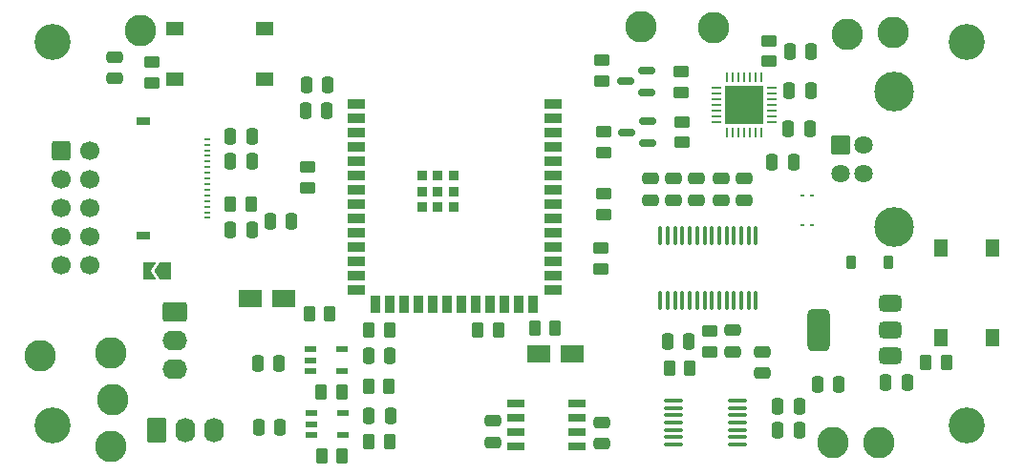
<source format=gbr>
%TF.GenerationSoftware,KiCad,Pcbnew,8.0.5*%
%TF.CreationDate,2024-10-16T13:53:07-05:00*%
%TF.ProjectId,MonitoringSystem_PCB,4d6f6e69-746f-4726-996e-675379737465,rev?*%
%TF.SameCoordinates,Original*%
%TF.FileFunction,Soldermask,Top*%
%TF.FilePolarity,Negative*%
%FSLAX46Y46*%
G04 Gerber Fmt 4.6, Leading zero omitted, Abs format (unit mm)*
G04 Created by KiCad (PCBNEW 8.0.5) date 2024-10-16 13:53:07*
%MOMM*%
%LPD*%
G01*
G04 APERTURE LIST*
G04 Aperture macros list*
%AMRoundRect*
0 Rectangle with rounded corners*
0 $1 Rounding radius*
0 $2 $3 $4 $5 $6 $7 $8 $9 X,Y pos of 4 corners*
0 Add a 4 corners polygon primitive as box body*
4,1,4,$2,$3,$4,$5,$6,$7,$8,$9,$2,$3,0*
0 Add four circle primitives for the rounded corners*
1,1,$1+$1,$2,$3*
1,1,$1+$1,$4,$5*
1,1,$1+$1,$6,$7*
1,1,$1+$1,$8,$9*
0 Add four rect primitives between the rounded corners*
20,1,$1+$1,$2,$3,$4,$5,0*
20,1,$1+$1,$4,$5,$6,$7,0*
20,1,$1+$1,$6,$7,$8,$9,0*
20,1,$1+$1,$8,$9,$2,$3,0*%
%AMFreePoly0*
4,1,6,1.000000,0.000000,0.500000,-0.750000,-0.500000,-0.750000,-0.500000,0.750000,0.500000,0.750000,1.000000,0.000000,1.000000,0.000000,$1*%
%AMFreePoly1*
4,1,6,0.500000,-0.750000,-0.650000,-0.750000,-0.150000,0.000000,-0.650000,0.750000,0.500000,0.750000,0.500000,-0.750000,0.500000,-0.750000,$1*%
G04 Aperture macros list end*
%ADD10RoundRect,0.250000X-0.620000X-0.845000X0.620000X-0.845000X0.620000X0.845000X-0.620000X0.845000X0*%
%ADD11O,1.740000X2.190000*%
%ADD12RoundRect,0.250000X-0.845000X0.620000X-0.845000X-0.620000X0.845000X-0.620000X0.845000X0.620000X0*%
%ADD13O,2.190000X1.740000*%
%ADD14C,3.520000*%
%ADD15C,1.632000*%
%ADD16RoundRect,0.102000X0.714000X-0.714000X0.714000X0.714000X-0.714000X0.714000X-0.714000X-0.714000X0*%
%ADD17O,1.699999X0.349999*%
%ADD18R,1.000000X0.599999*%
%ADD19O,0.349999X1.699999*%
%ADD20RoundRect,0.250000X0.450000X-0.262500X0.450000X0.262500X-0.450000X0.262500X-0.450000X-0.262500X0*%
%ADD21RoundRect,0.250000X-0.250000X-0.475000X0.250000X-0.475000X0.250000X0.475000X-0.250000X0.475000X0*%
%ADD22RoundRect,0.250000X-0.450000X0.262500X-0.450000X-0.262500X0.450000X-0.262500X0.450000X0.262500X0*%
%ADD23C,2.800000*%
%ADD24R,1.300000X1.550000*%
%ADD25R,1.550000X1.300000*%
%ADD26RoundRect,0.250000X0.262500X0.450000X-0.262500X0.450000X-0.262500X-0.450000X0.262500X-0.450000X0*%
%ADD27RoundRect,0.250000X-0.262500X-0.450000X0.262500X-0.450000X0.262500X0.450000X-0.262500X0.450000X0*%
%ADD28RoundRect,0.150000X0.587500X0.150000X-0.587500X0.150000X-0.587500X-0.150000X0.587500X-0.150000X0*%
%ADD29FreePoly0,180.000000*%
%ADD30FreePoly1,180.000000*%
%ADD31R,1.500000X1.500000*%
%ADD32FreePoly0,0.000000*%
%ADD33R,1.528000X0.650000*%
%ADD34C,3.200000*%
%ADD35RoundRect,0.062500X-0.117500X-0.062500X0.117500X-0.062500X0.117500X0.062500X-0.117500X0.062500X0*%
%ADD36RoundRect,0.250000X0.475000X-0.250000X0.475000X0.250000X-0.475000X0.250000X-0.475000X-0.250000X0*%
%ADD37RoundRect,0.250000X-0.475000X0.250000X-0.475000X-0.250000X0.475000X-0.250000X0.475000X0.250000X0*%
%ADD38RoundRect,0.250000X0.250000X0.475000X-0.250000X0.475000X-0.250000X-0.475000X0.250000X-0.475000X0*%
%ADD39RoundRect,0.375000X0.625000X0.375000X-0.625000X0.375000X-0.625000X-0.375000X0.625000X-0.375000X0*%
%ADD40RoundRect,0.500000X0.500000X1.400000X-0.500000X1.400000X-0.500000X-1.400000X0.500000X-1.400000X0*%
%ADD41R,1.498600X0.812800*%
%ADD42R,0.812800X1.498600*%
%ADD43R,0.889000X0.889000*%
%ADD44R,3.350000X3.350000*%
%ADD45RoundRect,0.062500X0.337500X-0.062500X0.337500X0.062500X-0.337500X0.062500X-0.337500X-0.062500X0*%
%ADD46RoundRect,0.062500X0.062500X-0.337500X0.062500X0.337500X-0.062500X0.337500X-0.062500X-0.337500X0*%
%ADD47R,0.609600X0.203200*%
%ADD48R,1.295400X0.660400*%
%ADD49C,1.700000*%
%ADD50RoundRect,0.250000X-0.600000X-0.600000X0.600000X-0.600000X0.600000X0.600000X-0.600000X0.600000X0*%
%ADD51RoundRect,0.225000X0.225000X0.375000X-0.225000X0.375000X-0.225000X-0.375000X0.225000X-0.375000X0*%
G04 APERTURE END LIST*
D10*
%TO.C,J1*%
X124180600Y-121488200D03*
D11*
X126720600Y-121488200D03*
X129260600Y-121488200D03*
%TD*%
D12*
%TO.C,J3*%
X125831600Y-110947200D03*
D13*
X125831600Y-113487200D03*
X125831600Y-116027200D03*
%TD*%
D14*
%TO.C,J2*%
X189545800Y-91394400D03*
X189545800Y-103434400D03*
D15*
X186835800Y-96164400D03*
X186835800Y-98664400D03*
D16*
X184835800Y-96164400D03*
D15*
X184835800Y-98664400D03*
%TD*%
D17*
%TO.C,U3*%
X169997001Y-118826999D03*
X169997001Y-119477000D03*
X169997001Y-120126999D03*
X169997001Y-120777000D03*
X169997001Y-121426999D03*
X169997001Y-122077000D03*
X169997001Y-122726999D03*
X175696999Y-122726999D03*
X175696999Y-122077000D03*
X175696999Y-121426999D03*
X175696999Y-120777000D03*
X175696999Y-120126999D03*
X175696999Y-119477000D03*
X175696999Y-118826999D03*
%TD*%
D18*
%TO.C,U5*%
X140621198Y-114289799D03*
X140621198Y-116189798D03*
X137871198Y-116189798D03*
X137871198Y-115239800D03*
X137871198Y-114289799D03*
%TD*%
%TO.C,U10*%
X137969399Y-119953999D03*
X137969399Y-120904000D03*
X137969399Y-121853998D03*
X140719399Y-121853998D03*
X140719399Y-119953999D03*
%TD*%
D19*
%TO.C,U11*%
X168876000Y-109910999D03*
X169526001Y-109910999D03*
X170176000Y-109910999D03*
X170826001Y-109910999D03*
X171475999Y-109910999D03*
X172126001Y-109910999D03*
X172775999Y-109910999D03*
X173426001Y-109910999D03*
X174075999Y-109910999D03*
X174726001Y-109910999D03*
X175375999Y-109910999D03*
X176026000Y-109910999D03*
X176675999Y-109910999D03*
X177326000Y-109910999D03*
X177326000Y-104211001D03*
X176675999Y-104211001D03*
X176026000Y-104211001D03*
X175375999Y-104211001D03*
X174726001Y-104211001D03*
X174075999Y-104211001D03*
X173426001Y-104211001D03*
X172775999Y-104211001D03*
X172126001Y-104211001D03*
X171475999Y-104211001D03*
X170826001Y-104211001D03*
X170176000Y-104211001D03*
X169526001Y-104211001D03*
X168876000Y-104211001D03*
%TD*%
D20*
%TO.C,R17*%
X178511200Y-88694900D03*
X178511200Y-86869900D03*
%TD*%
D21*
%TO.C,C3*%
X180304400Y-91338400D03*
X182204400Y-91338400D03*
%TD*%
%TO.C,C1*%
X180355200Y-87833200D03*
X182255200Y-87833200D03*
%TD*%
%TO.C,C29*%
X180202800Y-94691200D03*
X182102800Y-94691200D03*
%TD*%
%TO.C,C2*%
X180680400Y-97688400D03*
X178780400Y-97688400D03*
%TD*%
D20*
%TO.C,R16*%
X163703000Y-90447500D03*
X163703000Y-88622500D03*
%TD*%
D22*
%TO.C,R15*%
X163830000Y-94972500D03*
X163830000Y-96797500D03*
%TD*%
D23*
%TO.C,TP11*%
X188264800Y-122555000D03*
%TD*%
%TO.C,TP10*%
X173583600Y-85750400D03*
%TD*%
%TO.C,TP9*%
X185394600Y-86309200D03*
%TD*%
%TO.C,TP8*%
X120167400Y-122885200D03*
%TD*%
%TO.C,TP7*%
X113893600Y-114808000D03*
%TD*%
%TO.C,TP6*%
X184150000Y-122580400D03*
%TD*%
%TO.C,TP5*%
X189534800Y-86156800D03*
%TD*%
%TO.C,TP4*%
X122758200Y-85953600D03*
%TD*%
%TO.C,TP3*%
X120345200Y-118745000D03*
%TD*%
%TO.C,TP2*%
X167132000Y-85623400D03*
%TD*%
%TO.C,TP1*%
X120116600Y-114630200D03*
%TD*%
D24*
%TO.C,SW2*%
X198261800Y-105245000D03*
X198261800Y-113195000D03*
X193761800Y-105245000D03*
X193761800Y-113195000D03*
%TD*%
D25*
%TO.C,SW1*%
X125857000Y-85771600D03*
X133807000Y-85771600D03*
X125857000Y-90271600D03*
X133807000Y-90271600D03*
%TD*%
D26*
%TO.C,RG4*%
X140615899Y-118084600D03*
X138790899Y-118084600D03*
%TD*%
%TO.C,RG3*%
X143003900Y-117551200D03*
X144828900Y-117551200D03*
%TD*%
%TO.C,RG2*%
X140663300Y-123723400D03*
X138838300Y-123723400D03*
%TD*%
%TO.C,RG1*%
X143054700Y-122428000D03*
X144879700Y-122428000D03*
%TD*%
%TO.C,R14*%
X152706700Y-112572800D03*
X154531700Y-112572800D03*
%TD*%
D22*
%TO.C,R13*%
X163626800Y-107135300D03*
X163626800Y-105310300D03*
%TD*%
D20*
%TO.C,R12*%
X163830000Y-100484300D03*
X163830000Y-102309300D03*
%TD*%
%TO.C,R11*%
X137566400Y-98096700D03*
X137566400Y-99921700D03*
%TD*%
D26*
%TO.C,R10*%
X130761100Y-101346000D03*
X132586100Y-101346000D03*
%TD*%
D27*
%TO.C,R9*%
X159535500Y-112395000D03*
X157710500Y-112395000D03*
%TD*%
%TO.C,R8*%
X171473500Y-115951000D03*
X169648500Y-115951000D03*
%TD*%
D20*
%TO.C,R7*%
X173253400Y-112650900D03*
X173253400Y-114475900D03*
%TD*%
D26*
%TO.C,R6*%
X143054700Y-112572800D03*
X144879700Y-112572800D03*
%TD*%
%TO.C,R5*%
X137748000Y-111125000D03*
X139573000Y-111125000D03*
%TD*%
D27*
%TO.C,R4*%
X194231900Y-115443000D03*
X192406900Y-115443000D03*
%TD*%
D20*
%TO.C,R3*%
X123799600Y-90598000D03*
X123799600Y-88773000D03*
%TD*%
D22*
%TO.C,R2*%
X170815000Y-94083500D03*
X170815000Y-95908500D03*
%TD*%
D20*
%TO.C,R1*%
X170688000Y-91463500D03*
X170688000Y-89638500D03*
%TD*%
D28*
%TO.C,Q2*%
X167767000Y-95946000D03*
X167767000Y-94046000D03*
X165892000Y-94996000D03*
%TD*%
%TO.C,Q1*%
X167688500Y-91440000D03*
X167688500Y-89540000D03*
X165813500Y-90490000D03*
%TD*%
D29*
%TO.C,JP3*%
X124968000Y-107289600D03*
D30*
X123518000Y-107289600D03*
%TD*%
D31*
%TO.C,JP2*%
X158369000Y-114681000D03*
X160769000Y-114681000D03*
D32*
X157569000Y-114681000D03*
D29*
X161569000Y-114681000D03*
%TD*%
D32*
%TO.C,JP1*%
X131985000Y-109728000D03*
D29*
X135985000Y-109728000D03*
D31*
X132785000Y-109728000D03*
X135185000Y-109728000D03*
%TD*%
D33*
%TO.C,IC1*%
X156089800Y-119100600D03*
X156089800Y-120370600D03*
X156089800Y-121640600D03*
X156089800Y-122910600D03*
X161511800Y-122910600D03*
X161511800Y-121640600D03*
X161511800Y-120370600D03*
X161511800Y-119100600D03*
%TD*%
D34*
%TO.C,H4*%
X115000000Y-121000000D03*
%TD*%
%TO.C,H3*%
X196000000Y-121000000D03*
%TD*%
%TO.C,H2*%
X196000000Y-87000000D03*
%TD*%
%TO.C,H1*%
X115000000Y-87000000D03*
%TD*%
D35*
%TO.C,D2*%
X182287700Y-103251000D03*
X181447700Y-103251000D03*
%TD*%
D36*
%TO.C,C28*%
X163677600Y-122641400D03*
X163677600Y-120741400D03*
%TD*%
D37*
%TO.C,C27*%
X154000200Y-122539800D03*
X154000200Y-120639800D03*
%TD*%
D21*
%TO.C,C26*%
X134279600Y-102870000D03*
X136179600Y-102870000D03*
%TD*%
%TO.C,C25*%
X132649000Y-97536000D03*
X130749000Y-97536000D03*
%TD*%
%TO.C,C24*%
X132649000Y-95377000D03*
X130749000Y-95377000D03*
%TD*%
%TO.C,C23*%
X130774400Y-103682800D03*
X132674400Y-103682800D03*
%TD*%
D36*
%TO.C,C22*%
X175260000Y-112588000D03*
X175260000Y-114488000D03*
%TD*%
D37*
%TO.C,C21*%
X177927000Y-116393000D03*
X177927000Y-114493000D03*
%TD*%
D38*
%TO.C,C20*%
X169484000Y-113538000D03*
X171384000Y-113538000D03*
%TD*%
D36*
%TO.C,C19*%
X172085000Y-99126000D03*
X172085000Y-101026000D03*
%TD*%
%TO.C,C18*%
X170053000Y-99126000D03*
X170053000Y-101026000D03*
%TD*%
%TO.C,C17*%
X168021000Y-99126000D03*
X168021000Y-101026000D03*
%TD*%
%TO.C,C16*%
X176276000Y-99126000D03*
X176276000Y-101026000D03*
%TD*%
%TO.C,C15*%
X174244000Y-99126000D03*
X174244000Y-101026000D03*
%TD*%
D21*
%TO.C,C14*%
X184668200Y-117348000D03*
X182768200Y-117348000D03*
%TD*%
%TO.C,C13*%
X181188400Y-121412000D03*
X179288400Y-121412000D03*
%TD*%
%TO.C,C12*%
X181188400Y-119329200D03*
X179288400Y-119329200D03*
%TD*%
%TO.C,C11*%
X144920599Y-120218200D03*
X143020599Y-120218200D03*
%TD*%
%TO.C,C10*%
X144917200Y-114858800D03*
X143017200Y-114858800D03*
%TD*%
D38*
%TO.C,C9*%
X133266999Y-121183400D03*
X135166999Y-121183400D03*
%TD*%
%TO.C,C8*%
X133165399Y-115546400D03*
X135065399Y-115546400D03*
%TD*%
%TO.C,C7*%
X190738800Y-117246400D03*
X188838800Y-117246400D03*
%TD*%
%TO.C,C6*%
X137480000Y-90805000D03*
X139380000Y-90805000D03*
%TD*%
%TO.C,C5*%
X137414000Y-93053000D03*
X139314000Y-93053000D03*
%TD*%
D37*
%TO.C,C4*%
X120472200Y-88331000D03*
X120472200Y-90231000D03*
%TD*%
D39*
%TO.C,U6*%
X189205000Y-114822000D03*
X189205000Y-112522000D03*
D40*
X182905000Y-112522000D03*
D39*
X189205000Y-110222000D03*
%TD*%
D41*
%TO.C,U2*%
X141872000Y-92530000D03*
X141872000Y-93800000D03*
X141872000Y-95070000D03*
X141872000Y-96340000D03*
X141872000Y-97610000D03*
X141872000Y-98880000D03*
X141872000Y-100150000D03*
X141872000Y-101420000D03*
X141872000Y-102690000D03*
X141872000Y-103960000D03*
X141872000Y-105230000D03*
X141872000Y-106500000D03*
X141872000Y-107770000D03*
X141872000Y-109040000D03*
D42*
X143637000Y-110290000D03*
X144907000Y-110290000D03*
X146177000Y-110290000D03*
X147447000Y-110290000D03*
X148717000Y-110290000D03*
X149987000Y-110290000D03*
X151257000Y-110290000D03*
X152527000Y-110290000D03*
X153797000Y-110290000D03*
X155067000Y-110290000D03*
X156337000Y-110290000D03*
X157607000Y-110290000D03*
D41*
X159372000Y-109040000D03*
X159372000Y-107770000D03*
X159372000Y-106500000D03*
X159372000Y-105230000D03*
X159372000Y-103960000D03*
X159372000Y-102690000D03*
X159372000Y-101420000D03*
X159372000Y-100150000D03*
X159372000Y-98880000D03*
X159372000Y-97610000D03*
X159372000Y-96340000D03*
X159372000Y-95070000D03*
X159372000Y-93800000D03*
X159372000Y-92530000D03*
D43*
X149122000Y-101650000D03*
X149122000Y-100250000D03*
X147722000Y-98850000D03*
X147722000Y-100250000D03*
X147722000Y-101650000D03*
X150522000Y-101650000D03*
X150522000Y-100250000D03*
X150522000Y-98850000D03*
X149122000Y-98850000D03*
%TD*%
D44*
%TO.C,U1*%
X176276000Y-92583000D03*
D45*
X173826000Y-94083000D03*
X173826000Y-93583000D03*
X173826000Y-93083000D03*
X173826000Y-92583000D03*
X173826000Y-92083000D03*
X173826000Y-91583000D03*
X173826000Y-91083000D03*
D46*
X174776000Y-90133000D03*
X175276000Y-90133000D03*
X175776000Y-90133000D03*
X176276000Y-90133000D03*
X176776000Y-90133000D03*
X177276000Y-90133000D03*
X177776000Y-90133000D03*
D45*
X178726000Y-91083000D03*
X178726000Y-91583000D03*
X178726000Y-92083000D03*
X178726000Y-92583000D03*
X178726000Y-93083000D03*
X178726000Y-93583000D03*
X178726000Y-94083000D03*
D46*
X177776000Y-95033000D03*
X177276000Y-95033000D03*
X176776000Y-95033000D03*
X176276000Y-95033000D03*
X175776000Y-95033000D03*
X175276000Y-95033000D03*
X174776000Y-95033000D03*
%TD*%
D47*
%TO.C,J5*%
X128676400Y-95605600D03*
X128676400Y-96105726D03*
X128676400Y-96605852D03*
X128676400Y-97105978D03*
X128676400Y-97606104D03*
X128676400Y-98106230D03*
X128676400Y-98606356D03*
X128676400Y-99106482D03*
X128676400Y-99606608D03*
X128676400Y-100106734D03*
X128676400Y-100606860D03*
X128676400Y-101106986D03*
X128676400Y-101607112D03*
X128676400Y-102107238D03*
X128676400Y-102607364D03*
D48*
X123026401Y-94031483D03*
X123026401Y-104181481D03*
%TD*%
D49*
%TO.C,J4*%
X118313200Y-106807000D03*
X115773200Y-106807000D03*
X118313200Y-104267000D03*
X115773200Y-104267000D03*
X118313200Y-101727000D03*
X115773200Y-101727000D03*
X118313200Y-99187000D03*
X115773200Y-99187000D03*
X118313200Y-96647000D03*
D50*
X115773200Y-96647000D03*
%TD*%
D51*
%TO.C,D3*%
X189102000Y-106553000D03*
X185802000Y-106553000D03*
%TD*%
D35*
%TO.C,D1*%
X182287700Y-100634800D03*
X181447700Y-100634800D03*
%TD*%
M02*

</source>
